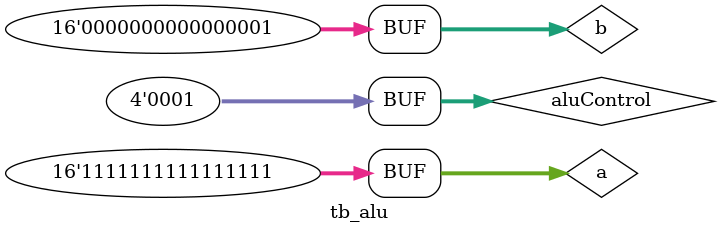
<source format=v>
`timescale 1ps / 1ps

module tb_alu();
	reg [15:0] a, b; 
	reg [3:0] aluControl;
	wire  C, L, F, Z, N;
	wire [15:0] result;
	
	alu uut(.a(a), .b(b), .aluControl(aluControl), .C(C), .L(L), .F(F), .Z(Z), .N(N), .result(result));
	
	
	initial begin 
		a = 16'b0;
		b = 16'b0;
		aluControl = 4'b0; #200
	
		// ADD or ADDI
		a = 16'h0003;
		b = 16'h0001;
		aluControl = 4'b0000; #200;
		if (!(result == 16'h0004)) 
			$display("ADD ERROR");
		
		// SUB or SUBI
		a = 16'h0003;
		b = 16'h0001;
		aluControl = 4'b0001; #200;
		if (!(result == 16'h0002)) 
			$display("SUB ERROR");
			
		// CMP or CMPI EQUAL
		a = 16'h0003;
		b = 16'h0003;
		aluControl = 4'b0010; #200;
		if (!(Z == 1)) 
			$display("CMP EQUAL ERROR");
			
		// CMP or CMPI LESS THAN
		a = 16'h0002;
		b = 16'h0003;
		aluControl = 4'b0010; #200;
		if (!(L == 1)) 
			$display("CMP LESS ERROR");
			
		// CMP or CMPI GREATER THAN
		a = 16'h0003;
		b = 16'h0002;
		aluControl = 4'b0010; #200;
		if (!(L == 0)) 
			$display("CMP GREATER ERROR");
			
		// AND or ANDI
		a = 16'h0002;
		b = 16'h0003;
		aluControl = 4'b0011; #200;
		if (!(result == 16'h0002)) 
			$display("AND ERROR");
			
		// OR or ORI
		a = 16'h0002;
		b = 16'h0003;
		aluControl = 4'b0100; #200;
		if (!(result == 16'h0003)) 
			$display("OR ERROR");
			
		// XOR or XORI
		a = 16'h0002;
		b = 16'h0003;
		aluControl = 4'b0101; #200;
		if (!(result == 16'h0001)) 
			$display("XOR ERROR");
			
		// MOV or MOVI
		a = 16'h0002;
		b = 16'h0003;
		aluControl = 4'b0011; #200;
		if (!(result == 16'h0002)) 
			$display("MOV ERROR");
			
		// Check N flag
		a = 16'h0001;
		b = 16'h0002;
		aluControl = 4'b0001; #200;
//		if (!(N == 1)) 
//			$display("NEGATIVE ERROR");
		if (!(C == 1))
			$display("UNSIGNED OVERFLOW ERROR");
			
		// Check C flag
		a = 16'hFFFF;
		b = 16'h0001;
		aluControl = 4'b0000; #200;
		if (!(C == 1)) 
			$display("UNSIGNED OVERFLOW ERROR 2");
			
		// Check F flag
		a = 16'hFFFF;
		b = 16'h0001;
		aluControl = 4'b0001; #200;
		if (!(F == 1)) 
			$display("SIGNED OVERFLOW ERROR");
	end
endmodule 
</source>
